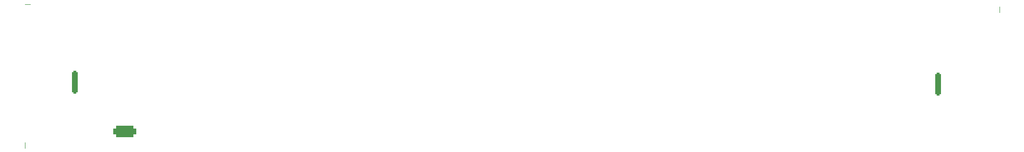
<source format=gbo>
G04 #@! TF.GenerationSoftware,KiCad,Pcbnew,(6.0.1)*
G04 #@! TF.CreationDate,2022-05-02T18:59:31-07:00*
G04 #@! TF.ProjectId,Motherboard,4d6f7468-6572-4626-9f61-72642e6b6963,rev?*
G04 #@! TF.SameCoordinates,Original*
G04 #@! TF.FileFunction,Legend,Bot*
G04 #@! TF.FilePolarity,Positive*
%FSLAX46Y46*%
G04 Gerber Fmt 4.6, Leading zero omitted, Abs format (unit mm)*
G04 Created by KiCad (PCBNEW (6.0.1)) date 2022-05-02 18:59:31*
%MOMM*%
%LPD*%
G01*
G04 APERTURE LIST*
G04 Aperture macros list*
%AMRoundRect*
0 Rectangle with rounded corners*
0 $1 Rounding radius*
0 $2 $3 $4 $5 $6 $7 $8 $9 X,Y pos of 4 corners*
0 Add a 4 corners polygon primitive as box body*
4,1,4,$2,$3,$4,$5,$6,$7,$8,$9,$2,$3,0*
0 Add four circle primitives for the rounded corners*
1,1,$1+$1,$2,$3*
1,1,$1+$1,$4,$5*
1,1,$1+$1,$6,$7*
1,1,$1+$1,$8,$9*
0 Add four rect primitives between the rounded corners*
20,1,$1+$1,$2,$3,$4,$5,0*
20,1,$1+$1,$4,$5,$6,$7,0*
20,1,$1+$1,$6,$7,$8,$9,0*
20,1,$1+$1,$8,$9,$2,$3,0*%
G04 Aperture macros list end*
%ADD10C,0.120000*%
%ADD11C,1.524000*%
%ADD12C,3.000000*%
%ADD13R,1.524000X1.524000*%
%ADD14C,2.500000*%
%ADD15RoundRect,0.850000X-0.850000X-2.150000X0.850000X-2.150000X0.850000X2.150000X-0.850000X2.150000X0*%
%ADD16C,3.300000*%
%ADD17C,3.100000*%
%ADD18RoundRect,0.850000X0.850000X2.150000X-0.850000X2.150000X-0.850000X-2.150000X0.850000X-2.150000X0*%
%ADD19R,1.700000X1.700000*%
%ADD20O,1.700000X1.700000*%
%ADD21C,7.000000*%
%ADD22C,2.050000*%
%ADD23C,2.250000*%
%ADD24R,2.500000X2.500000*%
%ADD25O,2.500000X2.500000*%
%ADD26RoundRect,0.500000X1.500000X-0.500000X1.500000X0.500000X-1.500000X0.500000X-1.500000X-0.500000X0*%
%ADD27O,7.000000X3.500000*%
%ADD28O,7.300000X3.500000*%
%ADD29C,4.500000*%
%ADD30RoundRect,0.250000X-0.250000X-1.750000X0.250000X-1.750000X0.250000X1.750000X-0.250000X1.750000X0*%
%ADD31R,1.500000X1.500000*%
%ADD32C,1.500000*%
%ADD33C,3.500000*%
%ADD34R,2.000000X2.500000*%
G04 APERTURE END LIST*
D10*
X127100000Y-181350000D02*
X126100000Y-181350000D01*
X126100000Y-205850000D02*
X126100000Y-206850000D01*
X298100000Y-182850000D02*
X298100000Y-181850000D01*
%LPC*%
D11*
X234745000Y-117755000D03*
X234745000Y-120355000D03*
X268495000Y-143955000D03*
X284845000Y-124705000D03*
X234745000Y-122855000D03*
X271095000Y-143955000D03*
X273595000Y-143955000D03*
X284845000Y-127205000D03*
D12*
X152650000Y-117355000D03*
X207550000Y-117355000D03*
X151350000Y-162955000D03*
X207550000Y-191855000D03*
D11*
X154750000Y-138255000D03*
X154750000Y-140855000D03*
X154750000Y-135755000D03*
X157350000Y-138255000D03*
D13*
X157350000Y-140855000D03*
D11*
X157350000Y-135755000D03*
X190110000Y-114055000D03*
D13*
X187410000Y-114055000D03*
D11*
X198710000Y-114055000D03*
D13*
X196010000Y-114055000D03*
D14*
X127895000Y-99950000D03*
D15*
X290895000Y-116050000D03*
D14*
X293395000Y-103250000D03*
X238395000Y-98050000D03*
X127895000Y-103350000D03*
X241495000Y-98063948D03*
D16*
X127895000Y-107450000D03*
D14*
X293395000Y-100050000D03*
D17*
X294700000Y-197550000D03*
D14*
X129000000Y-188350000D03*
D18*
X292200000Y-174850000D03*
D14*
X210900000Y-200350000D03*
X129100000Y-185250000D03*
D16*
X206600000Y-200350000D03*
X129000000Y-192650000D03*
D14*
X214204026Y-200350000D03*
D17*
X294700000Y-193350000D03*
X294700000Y-190150000D03*
D19*
X211700000Y-74167500D03*
D20*
X211700000Y-70287500D03*
X215250000Y-74237500D03*
X215150000Y-70287500D03*
X218700000Y-74337500D03*
X218750000Y-70287500D03*
X224200000Y-70337500D03*
X227700000Y-70387500D03*
X233200000Y-74137500D03*
X233200000Y-70237500D03*
X236700000Y-74137500D03*
X236700000Y-70237500D03*
X240200000Y-74187500D03*
X240200000Y-70237500D03*
D21*
X247450000Y-64637500D03*
X204400000Y-64687500D03*
D19*
X200600000Y-105300000D03*
D22*
X177000000Y-66000000D03*
D23*
X174460000Y-63460000D03*
X179540000Y-63460000D03*
X179540000Y-68540000D03*
X174460000Y-68540000D03*
D24*
X277407500Y-65342500D03*
D25*
X256407500Y-65342500D03*
X259907500Y-72842500D03*
X277407500Y-72842500D03*
D19*
X224075000Y-105600000D03*
D20*
X224075000Y-108140000D03*
D26*
X143755000Y-102450000D03*
X143755000Y-203950000D03*
D11*
X144455000Y-136680000D03*
X144455000Y-139280000D03*
X144455000Y-134180000D03*
X144455000Y-177450000D03*
X144455000Y-180150000D03*
D27*
X140567500Y-82800000D03*
D28*
X140367500Y-53000000D03*
D29*
X140667500Y-74000000D03*
D22*
X134366000Y-119126000D03*
D23*
X131826000Y-116586000D03*
X136906000Y-116586000D03*
X131826000Y-121666000D03*
X136906000Y-121666000D03*
D19*
X221050000Y-123250000D03*
D20*
X221050000Y-125790000D03*
X221050000Y-128330000D03*
D19*
X215775000Y-105600000D03*
D20*
X215775000Y-108140000D03*
D19*
X250000000Y-78750000D03*
D20*
X247460000Y-78750000D03*
X244920000Y-78750000D03*
D30*
X287250000Y-195500000D03*
D19*
X248000000Y-71250000D03*
D31*
X224670000Y-187450000D03*
D32*
X222170000Y-187450000D03*
X220170000Y-187450000D03*
X217670000Y-187450000D03*
X224670000Y-184830000D03*
X222170000Y-184830000D03*
X220170000Y-184830000D03*
X217670000Y-184830000D03*
D12*
X214600000Y-182120000D03*
X214600000Y-187800000D03*
X227740000Y-187800000D03*
X227740000Y-182120000D03*
D19*
X149200000Y-83400000D03*
D33*
X276300000Y-156800000D03*
D30*
X134950000Y-195200000D03*
D19*
X220075000Y-105600000D03*
D20*
X220075000Y-108140000D03*
D19*
X221225000Y-139575000D03*
D20*
X221225000Y-142115000D03*
X221225000Y-144655000D03*
D19*
X250000000Y-84400000D03*
D20*
X247460000Y-84400000D03*
X244920000Y-84400000D03*
D30*
X286500000Y-96250000D03*
D33*
X276300000Y-199400000D03*
D19*
X211900000Y-88000000D03*
D20*
X209360000Y-88000000D03*
X206820000Y-88000000D03*
X204280000Y-88000000D03*
D30*
X134050000Y-96750000D03*
D19*
X199475000Y-73750000D03*
D20*
X199475000Y-71210000D03*
D33*
X233700000Y-156800000D03*
D19*
X271100000Y-150125000D03*
D20*
X273640000Y-150125000D03*
D14*
X178732000Y-97729000D03*
X153332000Y-73129000D03*
X178732000Y-73029000D03*
X153332000Y-97729000D03*
D34*
X178832000Y-86429000D03*
D14*
X178832000Y-82629000D03*
D22*
X166032000Y-66129000D03*
D23*
X163492000Y-68669000D03*
X163492000Y-63589000D03*
X168572000Y-63589000D03*
X168572000Y-68669000D03*
D22*
X167132000Y-104559000D03*
D23*
X169672000Y-102019000D03*
X169672000Y-107099000D03*
X164592000Y-102019000D03*
X164592000Y-107099000D03*
D33*
X233700000Y-199400000D03*
M02*

</source>
